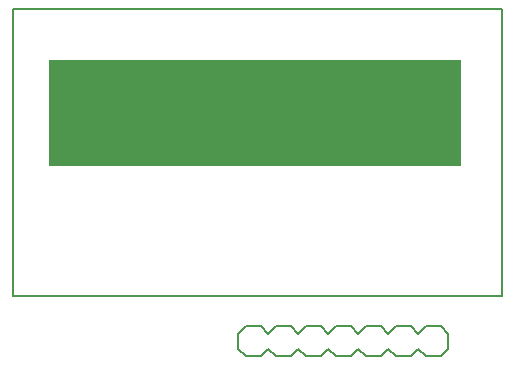
<source format=gto>
G75*
%MOIN*%
%OFA0B0*%
%FSLAX25Y25*%
%IPPOS*%
%LPD*%
%AMOC8*
5,1,8,0,0,1.08239X$1,22.5*
%
%ADD10C,0.00800*%
%ADD11C,0.00500*%
%ADD12R,1.37795X0.35433*%
D10*
X0106000Y0008500D02*
X0108500Y0006000D01*
X0113500Y0006000D01*
X0116000Y0008500D01*
X0118500Y0006000D01*
X0123500Y0006000D01*
X0126000Y0008500D01*
X0128500Y0006000D01*
X0133500Y0006000D01*
X0136000Y0008500D01*
X0138500Y0006000D01*
X0143500Y0006000D01*
X0146000Y0008500D01*
X0148500Y0006000D01*
X0153500Y0006000D01*
X0156000Y0008500D01*
X0158500Y0006000D01*
X0163500Y0006000D01*
X0166000Y0008500D01*
X0168500Y0006000D01*
X0173500Y0006000D01*
X0176000Y0008500D01*
X0176000Y0013500D01*
X0173500Y0016000D01*
X0168500Y0016000D01*
X0166000Y0013500D01*
X0163500Y0016000D01*
X0158500Y0016000D01*
X0156000Y0013500D01*
X0153500Y0016000D01*
X0148500Y0016000D01*
X0146000Y0013500D01*
X0143500Y0016000D01*
X0138500Y0016000D01*
X0136000Y0013500D01*
X0133500Y0016000D01*
X0128500Y0016000D01*
X0126000Y0013500D01*
X0123500Y0016000D01*
X0118500Y0016000D01*
X0116000Y0013500D01*
X0113500Y0016000D01*
X0108500Y0016000D01*
X0106000Y0013500D01*
X0106000Y0008500D01*
D11*
X0031000Y0026000D02*
X0193992Y0026000D01*
X0193992Y0121669D01*
X0031000Y0121669D01*
X0031000Y0026000D01*
D12*
X0111709Y0087024D03*
M02*

</source>
